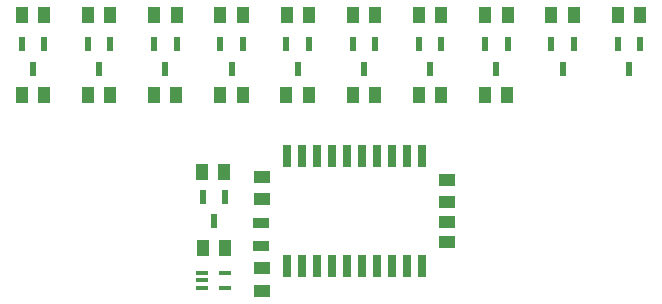
<source format=gbr>
%TF.GenerationSoftware,KiCad,Pcbnew,(5.1.10)-1*%
%TF.CreationDate,2021-07-06T17:58:10+02:00*%
%TF.ProjectId,StopWatch,53746f70-5761-4746-9368-2e6b69636164,rev?*%
%TF.SameCoordinates,Original*%
%TF.FileFunction,Paste,Top*%
%TF.FilePolarity,Positive*%
%FSLAX46Y46*%
G04 Gerber Fmt 4.6, Leading zero omitted, Abs format (unit mm)*
G04 Created by KiCad (PCBNEW (5.1.10)-1) date 2021-07-06 17:58:10*
%MOMM*%
%LPD*%
G01*
G04 APERTURE LIST*
%ADD10R,1.400000X1.000000*%
%ADD11R,1.000000X1.400000*%
%ADD12R,0.600000X1.250000*%
%ADD13R,1.050000X0.400000*%
%ADD14R,1.400000X0.950000*%
%ADD15R,0.650000X1.850000*%
%ADD16R,1.470000X1.050000*%
G04 APERTURE END LIST*
D10*
%TO.C,R27*%
X52681800Y-73568500D03*
X52681800Y-71668500D03*
%TD*%
D11*
%TO.C,R26*%
X82780000Y-50240000D03*
X84680000Y-50240000D03*
%TD*%
%TO.C,R25*%
X79073700Y-50230000D03*
X77173700Y-50230000D03*
%TD*%
%TO.C,R24*%
X34223400Y-56960000D03*
X32323400Y-56960000D03*
%TD*%
%TO.C,R23*%
X34223400Y-50221000D03*
X32323400Y-50221000D03*
%TD*%
%TO.C,R22*%
X37927200Y-56960000D03*
X39827200Y-56960000D03*
%TD*%
%TO.C,R21*%
X37929700Y-50221000D03*
X39829700Y-50221000D03*
%TD*%
%TO.C,R20*%
X43531000Y-56960000D03*
X45431000Y-56960000D03*
%TD*%
%TO.C,R19*%
X45436000Y-50221000D03*
X43536000Y-50221000D03*
%TD*%
%TO.C,R18*%
X73450000Y-56960000D03*
X71550000Y-56960000D03*
%TD*%
%TO.C,R17*%
X71567400Y-50221000D03*
X73467400Y-50221000D03*
%TD*%
D12*
%TO.C,Q11*%
X83730000Y-54772600D03*
X82775000Y-52672600D03*
X84685000Y-52672600D03*
%TD*%
%TO.C,Q10*%
X78123700Y-54771800D03*
X77168700Y-52671800D03*
X79078700Y-52671800D03*
%TD*%
%TO.C,Q9*%
X33273400Y-54776200D03*
X32318400Y-52676200D03*
X34228400Y-52676200D03*
%TD*%
%TO.C,Q8*%
X38879700Y-54776200D03*
X37924700Y-52676200D03*
X39834700Y-52676200D03*
%TD*%
%TO.C,Q7*%
X44486000Y-54776200D03*
X43531000Y-52676200D03*
X45441000Y-52676200D03*
%TD*%
%TO.C,Q6*%
X72517400Y-54776200D03*
X71562400Y-52676200D03*
X73472400Y-52676200D03*
%TD*%
D13*
%TO.C,IC2*%
X49497100Y-72040000D03*
X49497100Y-73340000D03*
X47597100Y-73340000D03*
X47597100Y-72690000D03*
X47597100Y-72040000D03*
%TD*%
D11*
%TO.C,R14*%
X49546000Y-69936000D03*
X47646000Y-69936000D03*
%TD*%
%TO.C,R13*%
X49450000Y-63500000D03*
X47550000Y-63500000D03*
%TD*%
%TO.C,R10*%
X51034800Y-56960000D03*
X49134800Y-56960000D03*
%TD*%
%TO.C,R9*%
X51042300Y-50221000D03*
X49142300Y-50221000D03*
%TD*%
%TO.C,R8*%
X56638600Y-56960000D03*
X54738600Y-56960000D03*
%TD*%
%TO.C,R7*%
X56648600Y-50221000D03*
X54748600Y-50221000D03*
%TD*%
%TO.C,R6*%
X62242400Y-56960000D03*
X60342400Y-56960000D03*
%TD*%
%TO.C,R5*%
X62254800Y-50221000D03*
X60354800Y-50221000D03*
%TD*%
%TO.C,R4*%
X67846200Y-56960000D03*
X65946200Y-56960000D03*
%TD*%
D10*
%TO.C,R3*%
X52656000Y-65799000D03*
X52656000Y-63899000D03*
%TD*%
%TO.C,R2*%
X68370000Y-64154000D03*
X68370000Y-66054000D03*
%TD*%
D11*
%TO.C,R1*%
X67861100Y-50221000D03*
X65961100Y-50221000D03*
%TD*%
D12*
%TO.C,Q5*%
X48596000Y-67684000D03*
X47641000Y-65584000D03*
X49551000Y-65584000D03*
%TD*%
%TO.C,Q4*%
X50092300Y-54776200D03*
X49137300Y-52676200D03*
X51047300Y-52676200D03*
%TD*%
%TO.C,Q3*%
X55698600Y-54776200D03*
X54743600Y-52676200D03*
X56653600Y-52676200D03*
%TD*%
%TO.C,Q2*%
X61304800Y-54776200D03*
X60349800Y-52676200D03*
X62259800Y-52676200D03*
%TD*%
%TO.C,Q1*%
X66911100Y-54776200D03*
X65956100Y-52676200D03*
X67866100Y-52676200D03*
%TD*%
D14*
%TO.C,LED1*%
X52622000Y-67832000D03*
X52622000Y-69732000D03*
%TD*%
D15*
%TO.C,IC1*%
X66211000Y-71491000D03*
X64941000Y-71491000D03*
X63671000Y-71491000D03*
X62401000Y-71491000D03*
X61131000Y-71491000D03*
X59861000Y-71491000D03*
X58591000Y-71491000D03*
X57321000Y-71491000D03*
X56051000Y-71491000D03*
X54781000Y-71491000D03*
X54781000Y-62141000D03*
X56051000Y-62141000D03*
X57321000Y-62141000D03*
X58591000Y-62141000D03*
X59861000Y-62141000D03*
X61131000Y-62141000D03*
X62401000Y-62141000D03*
X63671000Y-62141000D03*
X64941000Y-62141000D03*
X66211000Y-62141000D03*
%TD*%
D16*
%TO.C,C1*%
X68370000Y-69434000D03*
X68370000Y-67754000D03*
%TD*%
M02*

</source>
